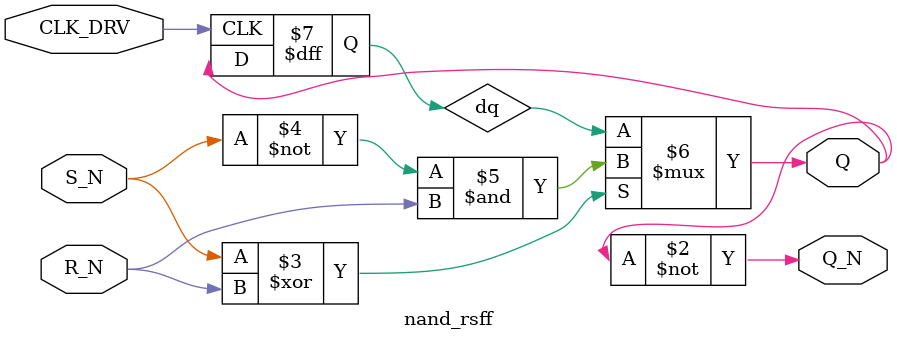
<source format=sv>
/*
 * Synchronous version of RS-FF constructed from loops of SN7400 NAND
 * driven by fast enough clock.
 * R_N=0, S_N=0 input (not allowed) is treated as holding previous Q value
 */
module nand_rsff(
  input   logic  CLK_DRV,
  input   logic  S_N, R_N,
  output  logic  Q, Q_N
);
  logic dq;

  always_ff @(posedge CLK_DRV) begin
    dq <= Q;
  end

  assign Q_N = ~Q;
  assign Q = (S_N ^ R_N) ? (~S_N & R_N) : dq;

endmodule

</source>
